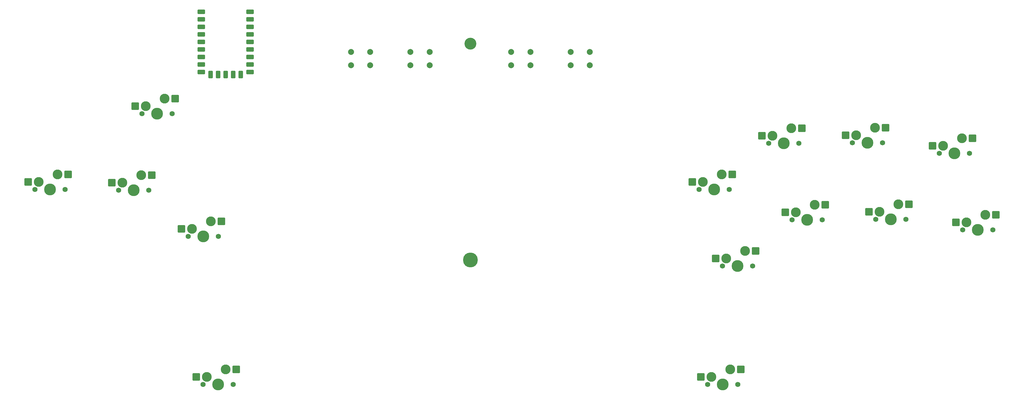
<source format=gbr>
%TF.GenerationSoftware,KiCad,Pcbnew,7.0.10*%
%TF.CreationDate,2024-02-02T19:17:30-06:00*%
%TF.ProjectId,genbox,67656e62-6f78-42e6-9b69-6361645f7063,rev?*%
%TF.SameCoordinates,Original*%
%TF.FileFunction,Soldermask,Bot*%
%TF.FilePolarity,Negative*%
%FSLAX46Y46*%
G04 Gerber Fmt 4.6, Leading zero omitted, Abs format (unit mm)*
G04 Created by KiCad (PCBNEW 7.0.10) date 2024-02-02 19:17:30*
%MOMM*%
%LPD*%
G01*
G04 APERTURE LIST*
G04 Aperture macros list*
%AMRoundRect*
0 Rectangle with rounded corners*
0 $1 Rounding radius*
0 $2 $3 $4 $5 $6 $7 $8 $9 X,Y pos of 4 corners*
0 Add a 4 corners polygon primitive as box body*
4,1,4,$2,$3,$4,$5,$6,$7,$8,$9,$2,$3,0*
0 Add four circle primitives for the rounded corners*
1,1,$1+$1,$2,$3*
1,1,$1+$1,$4,$5*
1,1,$1+$1,$6,$7*
1,1,$1+$1,$8,$9*
0 Add four rect primitives between the rounded corners*
20,1,$1+$1,$2,$3,$4,$5,0*
20,1,$1+$1,$4,$5,$6,$7,0*
20,1,$1+$1,$6,$7,$8,$9,0*
20,1,$1+$1,$8,$9,$2,$3,0*%
G04 Aperture macros list end*
%ADD10RoundRect,0.400050X0.899950X0.400050X-0.899950X0.400050X-0.899950X-0.400050X0.899950X-0.400050X0*%
%ADD11RoundRect,0.393700X0.393700X0.906300X-0.393700X0.906300X-0.393700X-0.906300X0.393700X-0.906300X0*%
%ADD12RoundRect,0.400000X0.400000X0.900000X-0.400000X0.900000X-0.400000X-0.900000X0.400000X-0.900000X0*%
%ADD13RoundRect,0.400000X0.900000X0.400000X-0.900000X0.400000X-0.900000X-0.400000X0.900000X-0.400000X0*%
%ADD14C,2.000000*%
%ADD15C,5.000000*%
%ADD16C,4.000000*%
%ADD17C,1.750000*%
%ADD18C,3.987800*%
%ADD19C,3.300000*%
%ADD20RoundRect,0.250000X1.025000X1.000000X-1.025000X1.000000X-1.025000X-1.000000X1.025000X-1.000000X0*%
G04 APERTURE END LIST*
D10*
%TO.C,RZ1*%
X125275000Y-68805000D03*
X125275000Y-66265000D03*
X125275000Y-71345000D03*
X125275000Y-73885000D03*
X125275000Y-76425000D03*
X125275000Y-78965000D03*
X125275000Y-81505000D03*
X125275000Y-84045000D03*
X125275000Y-86585000D03*
D11*
X122135000Y-87395000D03*
X119595000Y-87395000D03*
X117055000Y-87395000D03*
X114515000Y-87395000D03*
D12*
X111975000Y-87395000D03*
D10*
X108835000Y-86585000D03*
X108835000Y-84045000D03*
X108835000Y-81505000D03*
X108835000Y-78965000D03*
D13*
X108835000Y-76425000D03*
X108835000Y-73885000D03*
X108835000Y-71345000D03*
X108835000Y-68805000D03*
X108835000Y-66265000D03*
%TD*%
D14*
%TO.C,SW16*%
X179250000Y-79750000D03*
X185750000Y-79750000D03*
X179250000Y-84250000D03*
X185750000Y-84250000D03*
%TD*%
%TO.C,SW17*%
X219750000Y-84250000D03*
X213250000Y-84250000D03*
X219750000Y-79750000D03*
X213250000Y-79750000D03*
%TD*%
D15*
%TO.C,REF2*%
X199500000Y-150000000D03*
%TD*%
D14*
%TO.C,SW18*%
X239750000Y-84250000D03*
X233250000Y-84250000D03*
X239750000Y-79750000D03*
X233250000Y-79750000D03*
%TD*%
%TO.C,SW15*%
X165750000Y-84250000D03*
X159250000Y-84250000D03*
X165750000Y-79750000D03*
X159250000Y-79750000D03*
%TD*%
D16*
%TO.C,REF1*%
X199500000Y-77000000D03*
%TD*%
D17*
%TO.C,MX11*%
X289580000Y-192000000D03*
D18*
X284500000Y-192000000D03*
D17*
X279420000Y-192000000D03*
D19*
X280690000Y-189460000D03*
D20*
X277140000Y-189460000D03*
X290590000Y-186920000D03*
D19*
X287040000Y-186920000D03*
%TD*%
D17*
%TO.C,MX3*%
X91099000Y-126455500D03*
D18*
X86019000Y-126455500D03*
D17*
X80939000Y-126455500D03*
D19*
X82209000Y-123915500D03*
D20*
X78659000Y-123915500D03*
X92109000Y-121375500D03*
D19*
X88559000Y-121375500D03*
%TD*%
D17*
%TO.C,MX12*%
X318061000Y-136455500D03*
D18*
X312981000Y-136455500D03*
D17*
X307901000Y-136455500D03*
D19*
X309171000Y-133915500D03*
D20*
X305621000Y-133915500D03*
X319071000Y-131375500D03*
D19*
X315521000Y-131375500D03*
%TD*%
D17*
%TO.C,MX6*%
X119580000Y-192000000D03*
D18*
X114500000Y-192000000D03*
D17*
X109420000Y-192000000D03*
D19*
X110690000Y-189460000D03*
D20*
X107140000Y-189460000D03*
X120590000Y-186920000D03*
D19*
X117040000Y-186920000D03*
%TD*%
D17*
%TO.C,MX2*%
X375549000Y-139793500D03*
D18*
X370469000Y-139793500D03*
D17*
X365389000Y-139793500D03*
D19*
X366659000Y-137253500D03*
D20*
X363109000Y-137253500D03*
X376559000Y-134713500D03*
D19*
X373009000Y-134713500D03*
%TD*%
D17*
%TO.C,MX13*%
X346220000Y-136211900D03*
D18*
X341140000Y-136211900D03*
D17*
X336060000Y-136211900D03*
D19*
X337330000Y-133671900D03*
D20*
X333780000Y-133671900D03*
X347230000Y-131131900D03*
D19*
X343680000Y-131131900D03*
%TD*%
D17*
%TO.C,MX10*%
X338326000Y-110391700D03*
D18*
X333246000Y-110391700D03*
D17*
X328166000Y-110391700D03*
D19*
X329436000Y-107851700D03*
D20*
X325886000Y-107851700D03*
X339336000Y-105311700D03*
D19*
X335786000Y-105311700D03*
%TD*%
D17*
%TO.C,MX9*%
X310167000Y-110635300D03*
D18*
X305087000Y-110635300D03*
D17*
X300007000Y-110635300D03*
D19*
X301277000Y-108095300D03*
D20*
X297727000Y-108095300D03*
X311177000Y-105555300D03*
D19*
X307627000Y-105555300D03*
%TD*%
D17*
%TO.C,MX5*%
X98993000Y-100635300D03*
D18*
X93913000Y-100635300D03*
D17*
X88833000Y-100635300D03*
D19*
X90103000Y-98095300D03*
D20*
X86553000Y-98095300D03*
X100003000Y-95555300D03*
D19*
X96453000Y-95555300D03*
%TD*%
D17*
%TO.C,MX8*%
X294580000Y-152000000D03*
D18*
X289500000Y-152000000D03*
D17*
X284420000Y-152000000D03*
D19*
X285690000Y-149460000D03*
D20*
X282140000Y-149460000D03*
X295590000Y-146920000D03*
D19*
X292040000Y-146920000D03*
%TD*%
D17*
%TO.C,MX7*%
X286686000Y-126179800D03*
D18*
X281606000Y-126179800D03*
D17*
X276526000Y-126179800D03*
D19*
X277796000Y-123639800D03*
D20*
X274246000Y-123639800D03*
X287696000Y-121099800D03*
D19*
X284146000Y-121099800D03*
%TD*%
D17*
%TO.C,MX1*%
X62940000Y-126211900D03*
D18*
X57860000Y-126211900D03*
D17*
X52780000Y-126211900D03*
D19*
X54050000Y-123671900D03*
D20*
X50500000Y-123671900D03*
X63950000Y-121131900D03*
D19*
X60400000Y-121131900D03*
%TD*%
D17*
%TO.C,MX14*%
X367655000Y-113973300D03*
D18*
X362575000Y-113973300D03*
D17*
X357495000Y-113973300D03*
D19*
X358765000Y-111433300D03*
D20*
X355215000Y-111433300D03*
X368665000Y-108893300D03*
D19*
X365115000Y-108893300D03*
%TD*%
D17*
%TO.C,MX4*%
X114580000Y-142000000D03*
D18*
X109500000Y-142000000D03*
D17*
X104420000Y-142000000D03*
D19*
X105690000Y-139460000D03*
D20*
X102140000Y-139460000D03*
X115590000Y-136920000D03*
D19*
X112040000Y-136920000D03*
%TD*%
M02*

</source>
